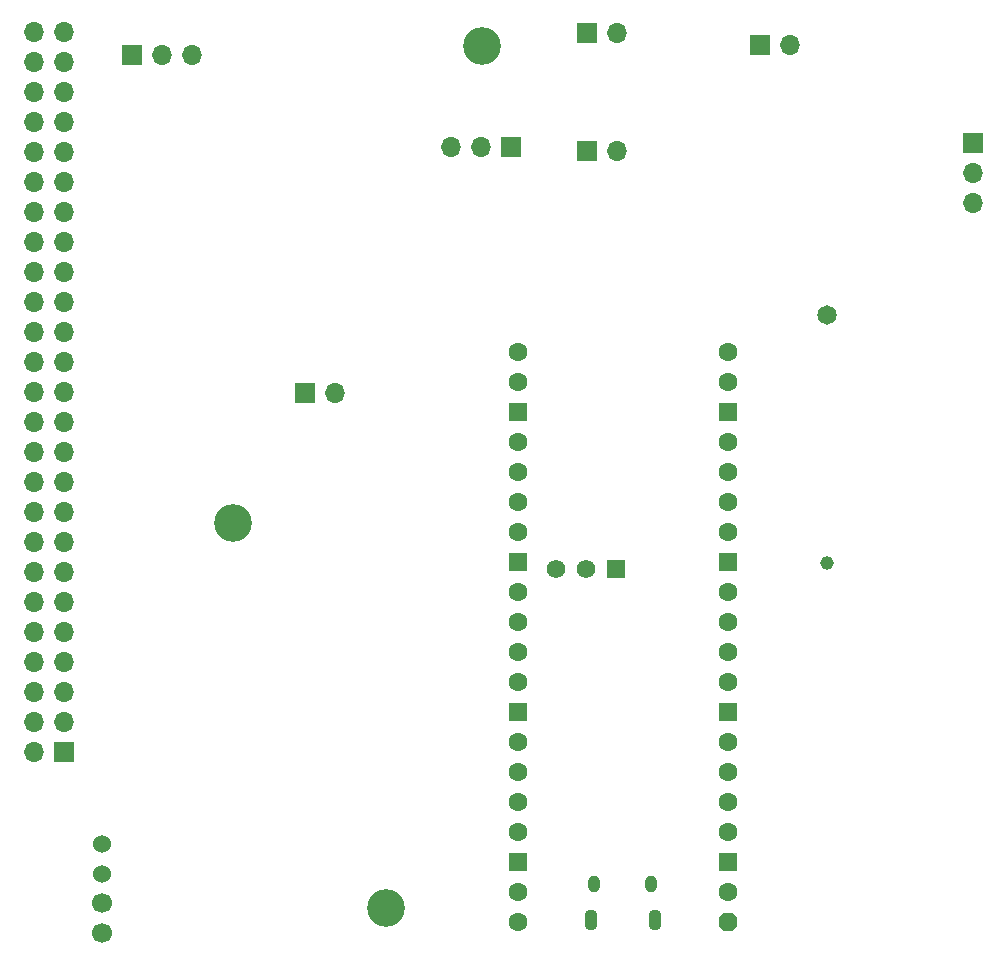
<source format=gbr>
%TF.GenerationSoftware,KiCad,Pcbnew,8.0.4-8.0.4-0~ubuntu22.04.1*%
%TF.CreationDate,2024-07-18T12:52:15-06:00*%
%TF.ProjectId,Desktop_50_Pin_TopConn,4465736b-746f-4705-9f35-305f50696e5f,rev?*%
%TF.SameCoordinates,Original*%
%TF.FileFunction,Soldermask,Bot*%
%TF.FilePolarity,Negative*%
%FSLAX46Y46*%
G04 Gerber Fmt 4.6, Leading zero omitted, Abs format (unit mm)*
G04 Created by KiCad (PCBNEW 8.0.4-8.0.4-0~ubuntu22.04.1) date 2024-07-18 12:52:15*
%MOMM*%
%LPD*%
G01*
G04 APERTURE LIST*
G04 Aperture macros list*
%AMRoundRect*
0 Rectangle with rounded corners*
0 $1 Rounding radius*
0 $2 $3 $4 $5 $6 $7 $8 $9 X,Y pos of 4 corners*
0 Add a 4 corners polygon primitive as box body*
4,1,4,$2,$3,$4,$5,$6,$7,$8,$9,$2,$3,0*
0 Add four circle primitives for the rounded corners*
1,1,$1+$1,$2,$3*
1,1,$1+$1,$4,$5*
1,1,$1+$1,$6,$7*
1,1,$1+$1,$8,$9*
0 Add four rect primitives between the rounded corners*
20,1,$1+$1,$2,$3,$4,$5,0*
20,1,$1+$1,$4,$5,$6,$7,0*
20,1,$1+$1,$6,$7,$8,$9,0*
20,1,$1+$1,$8,$9,$2,$3,0*%
%AMFreePoly0*
4,1,26,0.335306,0.780194,0.389950,0.741421,0.741421,0.389950,0.788777,0.314585,0.800000,0.248529,0.800000,-0.248529,0.780194,-0.335306,0.741421,-0.389950,0.389950,-0.741421,0.314585,-0.788777,0.248529,-0.800000,0.000000,-0.800000,-0.248529,-0.800000,-0.335306,-0.780194,-0.389950,-0.741421,-0.741421,-0.389950,-0.788777,-0.314585,-0.800000,-0.248529,-0.800000,0.248529,-0.780194,0.335306,
-0.741421,0.389950,-0.389950,0.741421,-0.314585,0.788777,-0.248529,0.800000,0.248529,0.800000,0.335306,0.780194,0.335306,0.780194,$1*%
G04 Aperture macros list end*
%ADD10C,1.700000*%
%ADD11C,1.524000*%
%ADD12C,1.150000*%
%ADD13C,1.650000*%
%ADD14R,1.700000X1.700000*%
%ADD15O,1.700000X1.700000*%
%ADD16C,3.200000*%
%ADD17O,1.100000X1.800000*%
%ADD18O,1.050000X1.450000*%
%ADD19FreePoly0,180.000000*%
%ADD20C,1.600000*%
%ADD21RoundRect,0.200000X0.600000X0.600000X-0.600000X0.600000X-0.600000X-0.600000X0.600000X-0.600000X0*%
%ADD22R,1.574800X1.574800*%
%ADD23C,1.574800*%
G04 APERTURE END LIST*
D10*
%TO.C,J3*%
X112062500Y-144765400D03*
X112062500Y-142265400D03*
D11*
X112062500Y-139765400D03*
X112062500Y-137265400D03*
%TD*%
D12*
%TO.C,SD1*%
X173391480Y-113415780D03*
D13*
X173391480Y-92415780D03*
%TD*%
D14*
%TO.C,J1*%
X114604800Y-70459600D03*
D15*
X117144800Y-70459600D03*
X119684800Y-70459600D03*
%TD*%
D14*
%TO.C,J2*%
X108813600Y-129484200D03*
D15*
X106273600Y-129484200D03*
X108813600Y-126944200D03*
X106273600Y-126944200D03*
X108813600Y-124404200D03*
X106273600Y-124404200D03*
X108813600Y-121864200D03*
X106273600Y-121864200D03*
X108813600Y-119324200D03*
X106273600Y-119324200D03*
X108813600Y-116784200D03*
X106273600Y-116784200D03*
X108813600Y-114244200D03*
X106273600Y-114244200D03*
X108813600Y-111704200D03*
X106273600Y-111704200D03*
X108813600Y-109164200D03*
X106273600Y-109164200D03*
X108813600Y-106624200D03*
X106273600Y-106624200D03*
X108813600Y-104084200D03*
X106273600Y-104084200D03*
X108813600Y-101544200D03*
X106273600Y-101544200D03*
X108813600Y-99004200D03*
X106273600Y-99004200D03*
X108813600Y-96464200D03*
X106273600Y-96464200D03*
X108813600Y-93924200D03*
X106273600Y-93924200D03*
X108813600Y-91384200D03*
X106273600Y-91384200D03*
X108813600Y-88844200D03*
X106273600Y-88844200D03*
X108813600Y-86304200D03*
X106273600Y-86304200D03*
X108813600Y-83764200D03*
X106273600Y-83764200D03*
X108813600Y-81224200D03*
X106273600Y-81224200D03*
X108813600Y-78684200D03*
X106273600Y-78684200D03*
X108813600Y-76144200D03*
X106273600Y-76144200D03*
X108813600Y-73604200D03*
X106273600Y-73604200D03*
X108813600Y-71064200D03*
X106273600Y-71064200D03*
X108813600Y-68524200D03*
X106273600Y-68524200D03*
%TD*%
D14*
%TO.C,J5*%
X185775600Y-77851000D03*
D15*
X185775600Y-80391000D03*
X185775600Y-82931000D03*
%TD*%
D14*
%TO.C,J11*%
X129209800Y-99060000D03*
D15*
X131749800Y-99060000D03*
%TD*%
D14*
%TO.C,J9*%
X153060400Y-78580000D03*
D15*
X155600400Y-78580000D03*
%TD*%
D16*
%TO.C,H3*%
X136093200Y-142646400D03*
%TD*%
%TO.C,H1*%
X123139200Y-110032800D03*
%TD*%
D14*
%TO.C,J8*%
X153060400Y-68580000D03*
D15*
X155600400Y-68580000D03*
%TD*%
D14*
%TO.C,J7*%
X167767000Y-69545200D03*
D15*
X170307000Y-69545200D03*
%TD*%
D14*
%TO.C,J10*%
X146634200Y-78257400D03*
D15*
X144094200Y-78257400D03*
X141554200Y-78257400D03*
%TD*%
D17*
%TO.C,RP1*%
X158840938Y-143680800D03*
D18*
X158540938Y-140650800D03*
X153690938Y-140650800D03*
D17*
X153390938Y-143680800D03*
D19*
X165005938Y-143810800D03*
D20*
X165005938Y-141270800D03*
D21*
X165005938Y-138730800D03*
D20*
X165005938Y-136190800D03*
X165005938Y-133650800D03*
X165005938Y-131110800D03*
X165005938Y-128570800D03*
D21*
X165005938Y-126030800D03*
D20*
X165005938Y-123490800D03*
X165005938Y-120950800D03*
X165005938Y-118410800D03*
X165005938Y-115870800D03*
D21*
X165005938Y-113330800D03*
D20*
X165005938Y-110790800D03*
X165005938Y-108250800D03*
X165005938Y-105710800D03*
X165005938Y-103170800D03*
D21*
X165005938Y-100630800D03*
D20*
X165005938Y-98090800D03*
X165005938Y-95550800D03*
X147225938Y-95550800D03*
X147225938Y-98090800D03*
D21*
X147225938Y-100630800D03*
D20*
X147225938Y-103170800D03*
X147225938Y-105710800D03*
X147225938Y-108250800D03*
X147225938Y-110790800D03*
D21*
X147225938Y-113330800D03*
D20*
X147225938Y-115870800D03*
X147225938Y-118410800D03*
X147225938Y-120950800D03*
X147225938Y-123490800D03*
D21*
X147225938Y-126030800D03*
D20*
X147225938Y-128570800D03*
X147225938Y-131110800D03*
X147225938Y-133650800D03*
X147225938Y-136190800D03*
D21*
X147225938Y-138730800D03*
D20*
X147225938Y-141270800D03*
X147225938Y-143810800D03*
D22*
X155531738Y-113980800D03*
D23*
X152991738Y-113980800D03*
X150451738Y-113980800D03*
%TD*%
D16*
%TO.C,H2*%
X144170400Y-69697600D03*
%TD*%
M02*

</source>
